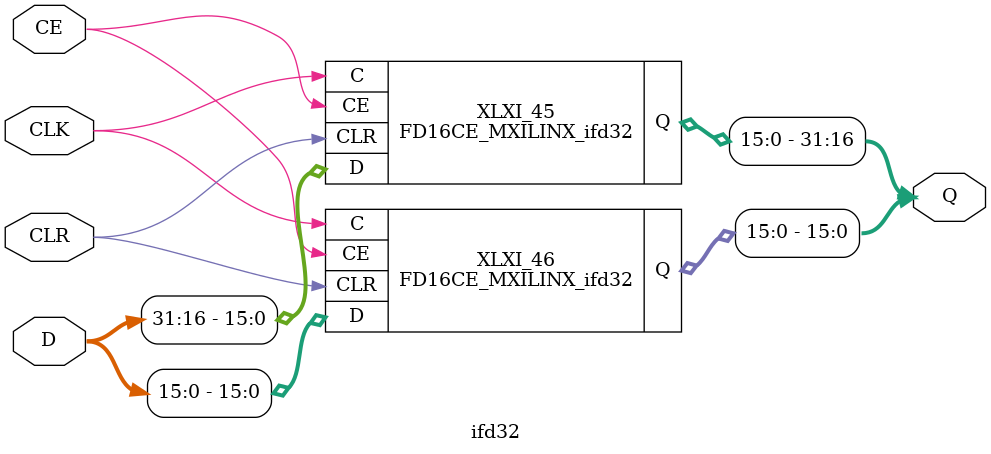
<source format=v>
`timescale 1ns / 1ps

module FD16CE_MXILINX_ifd32(C, 
                            CE, 
                            CLR, 
                            D, 
                            Q);

    input C;
    input CE;
    input CLR;
    input [15:0] D;
   output [15:0] Q;
   
   
   FDCE I_Q0 (.C(C), 
              .CE(CE), 
              .CLR(CLR), 
              .D(D[0]), 
              .Q(Q[0]));
   defparam I_Q0.INIT = 1'b0;
   FDCE I_Q1 (.C(C), 
              .CE(CE), 
              .CLR(CLR), 
              .D(D[1]), 
              .Q(Q[1]));
   defparam I_Q1.INIT = 1'b0;
   FDCE I_Q2 (.C(C), 
              .CE(CE), 
              .CLR(CLR), 
              .D(D[2]), 
              .Q(Q[2]));
   defparam I_Q2.INIT = 1'b0;
   FDCE I_Q3 (.C(C), 
              .CE(CE), 
              .CLR(CLR), 
              .D(D[3]), 
              .Q(Q[3]));
   defparam I_Q3.INIT = 1'b0;
   FDCE I_Q4 (.C(C), 
              .CE(CE), 
              .CLR(CLR), 
              .D(D[4]), 
              .Q(Q[4]));
   defparam I_Q4.INIT = 1'b0;
   FDCE I_Q5 (.C(C), 
              .CE(CE), 
              .CLR(CLR), 
              .D(D[5]), 
              .Q(Q[5]));
   defparam I_Q5.INIT = 1'b0;
   FDCE I_Q6 (.C(C), 
              .CE(CE), 
              .CLR(CLR), 
              .D(D[6]), 
              .Q(Q[6]));
   defparam I_Q6.INIT = 1'b0;
   FDCE I_Q7 (.C(C), 
              .CE(CE), 
              .CLR(CLR), 
              .D(D[7]), 
              .Q(Q[7]));
   defparam I_Q7.INIT = 1'b0;
   FDCE I_Q8 (.C(C), 
              .CE(CE), 
              .CLR(CLR), 
              .D(D[8]), 
              .Q(Q[8]));
   defparam I_Q8.INIT = 1'b0;
   FDCE I_Q9 (.C(C), 
              .CE(CE), 
              .CLR(CLR), 
              .D(D[9]), 
              .Q(Q[9]));
   defparam I_Q9.INIT = 1'b0;
   FDCE I_Q10 (.C(C), 
               .CE(CE), 
               .CLR(CLR), 
               .D(D[10]), 
               .Q(Q[10]));
   defparam I_Q10.INIT = 1'b0;
   FDCE I_Q11 (.C(C), 
               .CE(CE), 
               .CLR(CLR), 
               .D(D[11]), 
               .Q(Q[11]));
   defparam I_Q11.INIT = 1'b0;
   FDCE I_Q12 (.C(C), 
               .CE(CE), 
               .CLR(CLR), 
               .D(D[12]), 
               .Q(Q[12]));
   defparam I_Q12.INIT = 1'b0;
   FDCE I_Q13 (.C(C), 
               .CE(CE), 
               .CLR(CLR), 
               .D(D[13]), 
               .Q(Q[13]));
   defparam I_Q13.INIT = 1'b0;
   FDCE I_Q14 (.C(C), 
               .CE(CE), 
               .CLR(CLR), 
               .D(D[14]), 
               .Q(Q[14]));
   defparam I_Q14.INIT = 1'b0;
   FDCE I_Q15 (.C(C), 
               .CE(CE), 
               .CLR(CLR), 
               .D(D[15]), 
               .Q(Q[15]));
   defparam I_Q15.INIT = 1'b0;
endmodule
`timescale 1ns / 1ps

module ifd32(CE, 
             CLK, 
             CLR, 
             D, 
             Q);

    input CE;
    input CLK;
    input CLR;
    input [31:0] D;
   output [31:0] Q;
   
   
   FD16CE_MXILINX_ifd32 XLXI_45 (.C(CLK), 
                                 .CE(CE), 
                                 .CLR(CLR), 
                                 .D(D[31:16]), 
                                 .Q(Q[31:16]));
   // synthesis attribute HU_SET of XLXI_45 is "XLXI_45_0"
   FD16CE_MXILINX_ifd32 XLXI_46 (.C(CLK), 
                                 .CE(CE), 
                                 .CLR(CLR), 
                                 .D(D[15:0]), 
                                 .Q(Q[15:0]));
   // synthesis attribute HU_SET of XLXI_46 is "XLXI_46_1"
endmodule

</source>
